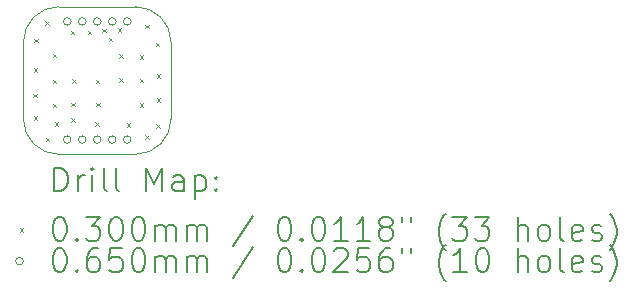
<source format=gbr>
%TF.GenerationSoftware,KiCad,Pcbnew,8.0.1*%
%TF.CreationDate,2024-09-25T01:17:40+02:00*%
%TF.ProjectId,speckle_pcb_rev1,73706563-6b6c-4655-9f70-63625f726576,rev?*%
%TF.SameCoordinates,Original*%
%TF.FileFunction,Drillmap*%
%TF.FilePolarity,Positive*%
%FSLAX45Y45*%
G04 Gerber Fmt 4.5, Leading zero omitted, Abs format (unit mm)*
G04 Created by KiCad (PCBNEW 8.0.1) date 2024-09-25 01:17:40*
%MOMM*%
%LPD*%
G01*
G04 APERTURE LIST*
%ADD10C,0.001000*%
%ADD11C,0.200000*%
%ADD12C,0.100000*%
G04 APERTURE END LIST*
D10*
X20397500Y-9047499D02*
X20397500Y-8397500D01*
X19447500Y-9347500D02*
G75*
G02*
X19147500Y-9047500I0J300000D01*
G01*
X20397500Y-9047499D02*
G75*
G02*
X20097499Y-9347500I-300000J-1D01*
G01*
X19147500Y-8397500D02*
G75*
G02*
X19447500Y-8097500I300000J0D01*
G01*
X19147500Y-8397500D02*
X19147500Y-9047500D01*
X19447500Y-9347500D02*
X20097499Y-9347500D01*
X20097499Y-8097500D02*
X19447500Y-8097500D01*
X20097499Y-8097500D02*
G75*
G02*
X20397500Y-8397500I1J-300000D01*
G01*
D11*
D12*
X19232000Y-8833000D02*
X19262000Y-8863000D01*
X19262000Y-8833000D02*
X19232000Y-8863000D01*
X19235000Y-8619000D02*
X19265000Y-8649000D01*
X19265000Y-8619000D02*
X19235000Y-8649000D01*
X19235000Y-9026000D02*
X19265000Y-9056000D01*
X19265000Y-9026000D02*
X19235000Y-9056000D01*
X19239000Y-8369000D02*
X19269000Y-8399000D01*
X19269000Y-8369000D02*
X19239000Y-8399000D01*
X19332000Y-8222000D02*
X19362000Y-8252000D01*
X19362000Y-8222000D02*
X19332000Y-8252000D01*
X19338000Y-9207000D02*
X19368000Y-9237000D01*
X19368000Y-9207000D02*
X19338000Y-9237000D01*
X19395000Y-8496000D02*
X19425000Y-8526000D01*
X19425000Y-8496000D02*
X19395000Y-8526000D01*
X19395000Y-8714000D02*
X19425000Y-8744000D01*
X19425000Y-8714000D02*
X19395000Y-8744000D01*
X19397000Y-8920000D02*
X19427000Y-8950000D01*
X19427000Y-8920000D02*
X19397000Y-8950000D01*
X19415000Y-9074000D02*
X19445000Y-9104000D01*
X19445000Y-9074000D02*
X19415000Y-9104000D01*
X19549000Y-8302000D02*
X19579000Y-8332000D01*
X19579000Y-8302000D02*
X19549000Y-8332000D01*
X19553000Y-8909000D02*
X19583000Y-8939000D01*
X19583000Y-8909000D02*
X19553000Y-8939000D01*
X19554000Y-9042000D02*
X19584000Y-9072000D01*
X19584000Y-9042000D02*
X19554000Y-9072000D01*
X19560000Y-8712000D02*
X19590000Y-8742000D01*
X19590000Y-8712000D02*
X19560000Y-8742000D01*
X19691000Y-8300000D02*
X19721000Y-8330000D01*
X19721000Y-8300000D02*
X19691000Y-8330000D01*
X19758000Y-9075000D02*
X19788000Y-9105000D01*
X19788000Y-9075000D02*
X19758000Y-9105000D01*
X19761000Y-8715000D02*
X19791000Y-8745000D01*
X19791000Y-8715000D02*
X19761000Y-8745000D01*
X19765000Y-8909000D02*
X19795000Y-8939000D01*
X19795000Y-8909000D02*
X19765000Y-8939000D01*
X19816000Y-8285000D02*
X19846000Y-8315000D01*
X19846000Y-8285000D02*
X19816000Y-8315000D01*
X19870000Y-8362000D02*
X19900000Y-8392000D01*
X19900000Y-8362000D02*
X19870000Y-8392000D01*
X19948000Y-8282000D02*
X19978000Y-8312000D01*
X19978000Y-8282000D02*
X19948000Y-8312000D01*
X19957000Y-8701000D02*
X19987000Y-8731000D01*
X19987000Y-8701000D02*
X19957000Y-8731000D01*
X19958000Y-8502000D02*
X19988000Y-8532000D01*
X19988000Y-8502000D02*
X19958000Y-8532000D01*
X20023000Y-9085000D02*
X20053000Y-9115000D01*
X20053000Y-9085000D02*
X20023000Y-9115000D01*
X20133000Y-8507000D02*
X20163000Y-8537000D01*
X20163000Y-8507000D02*
X20133000Y-8537000D01*
X20133000Y-8709000D02*
X20163000Y-8739000D01*
X20163000Y-8709000D02*
X20133000Y-8739000D01*
X20133000Y-8915000D02*
X20163000Y-8945000D01*
X20163000Y-8915000D02*
X20133000Y-8945000D01*
X20179000Y-8251000D02*
X20209000Y-8281000D01*
X20209000Y-8251000D02*
X20179000Y-8281000D01*
X20181000Y-9185000D02*
X20211000Y-9215000D01*
X20211000Y-9185000D02*
X20181000Y-9215000D01*
X20270000Y-8401000D02*
X20300000Y-8431000D01*
X20300000Y-8401000D02*
X20270000Y-8431000D01*
X20272000Y-9094000D02*
X20302000Y-9124000D01*
X20302000Y-9094000D02*
X20272000Y-9124000D01*
X20276000Y-8670000D02*
X20306000Y-8700000D01*
X20306000Y-8670000D02*
X20276000Y-8700000D01*
X20278000Y-8874000D02*
X20308000Y-8904000D01*
X20308000Y-8874000D02*
X20278000Y-8904000D01*
X19550500Y-9223000D02*
G75*
G02*
X19485500Y-9223000I-32500J0D01*
G01*
X19485500Y-9223000D02*
G75*
G02*
X19550500Y-9223000I32500J0D01*
G01*
X19551500Y-8222000D02*
G75*
G02*
X19486500Y-8222000I-32500J0D01*
G01*
X19486500Y-8222000D02*
G75*
G02*
X19551500Y-8222000I32500J0D01*
G01*
X19677500Y-9223000D02*
G75*
G02*
X19612500Y-9223000I-32500J0D01*
G01*
X19612500Y-9223000D02*
G75*
G02*
X19677500Y-9223000I32500J0D01*
G01*
X19678500Y-8222000D02*
G75*
G02*
X19613500Y-8222000I-32500J0D01*
G01*
X19613500Y-8222000D02*
G75*
G02*
X19678500Y-8222000I32500J0D01*
G01*
X19804500Y-9223000D02*
G75*
G02*
X19739500Y-9223000I-32500J0D01*
G01*
X19739500Y-9223000D02*
G75*
G02*
X19804500Y-9223000I32500J0D01*
G01*
X19805500Y-8222000D02*
G75*
G02*
X19740500Y-8222000I-32500J0D01*
G01*
X19740500Y-8222000D02*
G75*
G02*
X19805500Y-8222000I32500J0D01*
G01*
X19931500Y-9223000D02*
G75*
G02*
X19866500Y-9223000I-32500J0D01*
G01*
X19866500Y-9223000D02*
G75*
G02*
X19931500Y-9223000I32500J0D01*
G01*
X19932500Y-8222000D02*
G75*
G02*
X19867500Y-8222000I-32500J0D01*
G01*
X19867500Y-8222000D02*
G75*
G02*
X19932500Y-8222000I32500J0D01*
G01*
X20058500Y-9223000D02*
G75*
G02*
X19993500Y-9223000I-32500J0D01*
G01*
X19993500Y-9223000D02*
G75*
G02*
X20058500Y-9223000I32500J0D01*
G01*
X20059500Y-8222000D02*
G75*
G02*
X19994500Y-8222000I-32500J0D01*
G01*
X19994500Y-8222000D02*
G75*
G02*
X20059500Y-8222000I32500J0D01*
G01*
D11*
X19408227Y-9659034D02*
X19408227Y-9459034D01*
X19408227Y-9459034D02*
X19455846Y-9459034D01*
X19455846Y-9459034D02*
X19484417Y-9468558D01*
X19484417Y-9468558D02*
X19503465Y-9487605D01*
X19503465Y-9487605D02*
X19512989Y-9506653D01*
X19512989Y-9506653D02*
X19522513Y-9544748D01*
X19522513Y-9544748D02*
X19522513Y-9573320D01*
X19522513Y-9573320D02*
X19512989Y-9611415D01*
X19512989Y-9611415D02*
X19503465Y-9630462D01*
X19503465Y-9630462D02*
X19484417Y-9649510D01*
X19484417Y-9649510D02*
X19455846Y-9659034D01*
X19455846Y-9659034D02*
X19408227Y-9659034D01*
X19608227Y-9659034D02*
X19608227Y-9525700D01*
X19608227Y-9563796D02*
X19617751Y-9544748D01*
X19617751Y-9544748D02*
X19627274Y-9535224D01*
X19627274Y-9535224D02*
X19646322Y-9525700D01*
X19646322Y-9525700D02*
X19665370Y-9525700D01*
X19732036Y-9659034D02*
X19732036Y-9525700D01*
X19732036Y-9459034D02*
X19722513Y-9468558D01*
X19722513Y-9468558D02*
X19732036Y-9478081D01*
X19732036Y-9478081D02*
X19741560Y-9468558D01*
X19741560Y-9468558D02*
X19732036Y-9459034D01*
X19732036Y-9459034D02*
X19732036Y-9478081D01*
X19855846Y-9659034D02*
X19836798Y-9649510D01*
X19836798Y-9649510D02*
X19827274Y-9630462D01*
X19827274Y-9630462D02*
X19827274Y-9459034D01*
X19960608Y-9659034D02*
X19941560Y-9649510D01*
X19941560Y-9649510D02*
X19932036Y-9630462D01*
X19932036Y-9630462D02*
X19932036Y-9459034D01*
X20189179Y-9659034D02*
X20189179Y-9459034D01*
X20189179Y-9459034D02*
X20255846Y-9601891D01*
X20255846Y-9601891D02*
X20322513Y-9459034D01*
X20322513Y-9459034D02*
X20322513Y-9659034D01*
X20503465Y-9659034D02*
X20503465Y-9554272D01*
X20503465Y-9554272D02*
X20493941Y-9535224D01*
X20493941Y-9535224D02*
X20474894Y-9525700D01*
X20474894Y-9525700D02*
X20436798Y-9525700D01*
X20436798Y-9525700D02*
X20417751Y-9535224D01*
X20503465Y-9649510D02*
X20484417Y-9659034D01*
X20484417Y-9659034D02*
X20436798Y-9659034D01*
X20436798Y-9659034D02*
X20417751Y-9649510D01*
X20417751Y-9649510D02*
X20408227Y-9630462D01*
X20408227Y-9630462D02*
X20408227Y-9611415D01*
X20408227Y-9611415D02*
X20417751Y-9592367D01*
X20417751Y-9592367D02*
X20436798Y-9582843D01*
X20436798Y-9582843D02*
X20484417Y-9582843D01*
X20484417Y-9582843D02*
X20503465Y-9573320D01*
X20598703Y-9525700D02*
X20598703Y-9725700D01*
X20598703Y-9535224D02*
X20617751Y-9525700D01*
X20617751Y-9525700D02*
X20655846Y-9525700D01*
X20655846Y-9525700D02*
X20674894Y-9535224D01*
X20674894Y-9535224D02*
X20684417Y-9544748D01*
X20684417Y-9544748D02*
X20693941Y-9563796D01*
X20693941Y-9563796D02*
X20693941Y-9620939D01*
X20693941Y-9620939D02*
X20684417Y-9639986D01*
X20684417Y-9639986D02*
X20674894Y-9649510D01*
X20674894Y-9649510D02*
X20655846Y-9659034D01*
X20655846Y-9659034D02*
X20617751Y-9659034D01*
X20617751Y-9659034D02*
X20598703Y-9649510D01*
X20779655Y-9639986D02*
X20789179Y-9649510D01*
X20789179Y-9649510D02*
X20779655Y-9659034D01*
X20779655Y-9659034D02*
X20770132Y-9649510D01*
X20770132Y-9649510D02*
X20779655Y-9639986D01*
X20779655Y-9639986D02*
X20779655Y-9659034D01*
X20779655Y-9535224D02*
X20789179Y-9544748D01*
X20789179Y-9544748D02*
X20779655Y-9554272D01*
X20779655Y-9554272D02*
X20770132Y-9544748D01*
X20770132Y-9544748D02*
X20779655Y-9535224D01*
X20779655Y-9535224D02*
X20779655Y-9554272D01*
D12*
X19117450Y-9972550D02*
X19147450Y-10002550D01*
X19147450Y-9972550D02*
X19117450Y-10002550D01*
D11*
X19446322Y-9879034D02*
X19465370Y-9879034D01*
X19465370Y-9879034D02*
X19484417Y-9888558D01*
X19484417Y-9888558D02*
X19493941Y-9898081D01*
X19493941Y-9898081D02*
X19503465Y-9917129D01*
X19503465Y-9917129D02*
X19512989Y-9955224D01*
X19512989Y-9955224D02*
X19512989Y-10002843D01*
X19512989Y-10002843D02*
X19503465Y-10040939D01*
X19503465Y-10040939D02*
X19493941Y-10059986D01*
X19493941Y-10059986D02*
X19484417Y-10069510D01*
X19484417Y-10069510D02*
X19465370Y-10079034D01*
X19465370Y-10079034D02*
X19446322Y-10079034D01*
X19446322Y-10079034D02*
X19427274Y-10069510D01*
X19427274Y-10069510D02*
X19417751Y-10059986D01*
X19417751Y-10059986D02*
X19408227Y-10040939D01*
X19408227Y-10040939D02*
X19398703Y-10002843D01*
X19398703Y-10002843D02*
X19398703Y-9955224D01*
X19398703Y-9955224D02*
X19408227Y-9917129D01*
X19408227Y-9917129D02*
X19417751Y-9898081D01*
X19417751Y-9898081D02*
X19427274Y-9888558D01*
X19427274Y-9888558D02*
X19446322Y-9879034D01*
X19598703Y-10059986D02*
X19608227Y-10069510D01*
X19608227Y-10069510D02*
X19598703Y-10079034D01*
X19598703Y-10079034D02*
X19589179Y-10069510D01*
X19589179Y-10069510D02*
X19598703Y-10059986D01*
X19598703Y-10059986D02*
X19598703Y-10079034D01*
X19674894Y-9879034D02*
X19798703Y-9879034D01*
X19798703Y-9879034D02*
X19732036Y-9955224D01*
X19732036Y-9955224D02*
X19760608Y-9955224D01*
X19760608Y-9955224D02*
X19779655Y-9964748D01*
X19779655Y-9964748D02*
X19789179Y-9974272D01*
X19789179Y-9974272D02*
X19798703Y-9993320D01*
X19798703Y-9993320D02*
X19798703Y-10040939D01*
X19798703Y-10040939D02*
X19789179Y-10059986D01*
X19789179Y-10059986D02*
X19779655Y-10069510D01*
X19779655Y-10069510D02*
X19760608Y-10079034D01*
X19760608Y-10079034D02*
X19703465Y-10079034D01*
X19703465Y-10079034D02*
X19684417Y-10069510D01*
X19684417Y-10069510D02*
X19674894Y-10059986D01*
X19922513Y-9879034D02*
X19941560Y-9879034D01*
X19941560Y-9879034D02*
X19960608Y-9888558D01*
X19960608Y-9888558D02*
X19970132Y-9898081D01*
X19970132Y-9898081D02*
X19979655Y-9917129D01*
X19979655Y-9917129D02*
X19989179Y-9955224D01*
X19989179Y-9955224D02*
X19989179Y-10002843D01*
X19989179Y-10002843D02*
X19979655Y-10040939D01*
X19979655Y-10040939D02*
X19970132Y-10059986D01*
X19970132Y-10059986D02*
X19960608Y-10069510D01*
X19960608Y-10069510D02*
X19941560Y-10079034D01*
X19941560Y-10079034D02*
X19922513Y-10079034D01*
X19922513Y-10079034D02*
X19903465Y-10069510D01*
X19903465Y-10069510D02*
X19893941Y-10059986D01*
X19893941Y-10059986D02*
X19884417Y-10040939D01*
X19884417Y-10040939D02*
X19874894Y-10002843D01*
X19874894Y-10002843D02*
X19874894Y-9955224D01*
X19874894Y-9955224D02*
X19884417Y-9917129D01*
X19884417Y-9917129D02*
X19893941Y-9898081D01*
X19893941Y-9898081D02*
X19903465Y-9888558D01*
X19903465Y-9888558D02*
X19922513Y-9879034D01*
X20112989Y-9879034D02*
X20132036Y-9879034D01*
X20132036Y-9879034D02*
X20151084Y-9888558D01*
X20151084Y-9888558D02*
X20160608Y-9898081D01*
X20160608Y-9898081D02*
X20170132Y-9917129D01*
X20170132Y-9917129D02*
X20179655Y-9955224D01*
X20179655Y-9955224D02*
X20179655Y-10002843D01*
X20179655Y-10002843D02*
X20170132Y-10040939D01*
X20170132Y-10040939D02*
X20160608Y-10059986D01*
X20160608Y-10059986D02*
X20151084Y-10069510D01*
X20151084Y-10069510D02*
X20132036Y-10079034D01*
X20132036Y-10079034D02*
X20112989Y-10079034D01*
X20112989Y-10079034D02*
X20093941Y-10069510D01*
X20093941Y-10069510D02*
X20084417Y-10059986D01*
X20084417Y-10059986D02*
X20074894Y-10040939D01*
X20074894Y-10040939D02*
X20065370Y-10002843D01*
X20065370Y-10002843D02*
X20065370Y-9955224D01*
X20065370Y-9955224D02*
X20074894Y-9917129D01*
X20074894Y-9917129D02*
X20084417Y-9898081D01*
X20084417Y-9898081D02*
X20093941Y-9888558D01*
X20093941Y-9888558D02*
X20112989Y-9879034D01*
X20265370Y-10079034D02*
X20265370Y-9945700D01*
X20265370Y-9964748D02*
X20274894Y-9955224D01*
X20274894Y-9955224D02*
X20293941Y-9945700D01*
X20293941Y-9945700D02*
X20322513Y-9945700D01*
X20322513Y-9945700D02*
X20341560Y-9955224D01*
X20341560Y-9955224D02*
X20351084Y-9974272D01*
X20351084Y-9974272D02*
X20351084Y-10079034D01*
X20351084Y-9974272D02*
X20360608Y-9955224D01*
X20360608Y-9955224D02*
X20379655Y-9945700D01*
X20379655Y-9945700D02*
X20408227Y-9945700D01*
X20408227Y-9945700D02*
X20427275Y-9955224D01*
X20427275Y-9955224D02*
X20436798Y-9974272D01*
X20436798Y-9974272D02*
X20436798Y-10079034D01*
X20532036Y-10079034D02*
X20532036Y-9945700D01*
X20532036Y-9964748D02*
X20541560Y-9955224D01*
X20541560Y-9955224D02*
X20560608Y-9945700D01*
X20560608Y-9945700D02*
X20589179Y-9945700D01*
X20589179Y-9945700D02*
X20608227Y-9955224D01*
X20608227Y-9955224D02*
X20617751Y-9974272D01*
X20617751Y-9974272D02*
X20617751Y-10079034D01*
X20617751Y-9974272D02*
X20627275Y-9955224D01*
X20627275Y-9955224D02*
X20646322Y-9945700D01*
X20646322Y-9945700D02*
X20674894Y-9945700D01*
X20674894Y-9945700D02*
X20693941Y-9955224D01*
X20693941Y-9955224D02*
X20703465Y-9974272D01*
X20703465Y-9974272D02*
X20703465Y-10079034D01*
X21093941Y-9869510D02*
X20922513Y-10126653D01*
X21351084Y-9879034D02*
X21370132Y-9879034D01*
X21370132Y-9879034D02*
X21389179Y-9888558D01*
X21389179Y-9888558D02*
X21398703Y-9898081D01*
X21398703Y-9898081D02*
X21408227Y-9917129D01*
X21408227Y-9917129D02*
X21417751Y-9955224D01*
X21417751Y-9955224D02*
X21417751Y-10002843D01*
X21417751Y-10002843D02*
X21408227Y-10040939D01*
X21408227Y-10040939D02*
X21398703Y-10059986D01*
X21398703Y-10059986D02*
X21389179Y-10069510D01*
X21389179Y-10069510D02*
X21370132Y-10079034D01*
X21370132Y-10079034D02*
X21351084Y-10079034D01*
X21351084Y-10079034D02*
X21332037Y-10069510D01*
X21332037Y-10069510D02*
X21322513Y-10059986D01*
X21322513Y-10059986D02*
X21312989Y-10040939D01*
X21312989Y-10040939D02*
X21303465Y-10002843D01*
X21303465Y-10002843D02*
X21303465Y-9955224D01*
X21303465Y-9955224D02*
X21312989Y-9917129D01*
X21312989Y-9917129D02*
X21322513Y-9898081D01*
X21322513Y-9898081D02*
X21332037Y-9888558D01*
X21332037Y-9888558D02*
X21351084Y-9879034D01*
X21503465Y-10059986D02*
X21512989Y-10069510D01*
X21512989Y-10069510D02*
X21503465Y-10079034D01*
X21503465Y-10079034D02*
X21493941Y-10069510D01*
X21493941Y-10069510D02*
X21503465Y-10059986D01*
X21503465Y-10059986D02*
X21503465Y-10079034D01*
X21636798Y-9879034D02*
X21655846Y-9879034D01*
X21655846Y-9879034D02*
X21674894Y-9888558D01*
X21674894Y-9888558D02*
X21684418Y-9898081D01*
X21684418Y-9898081D02*
X21693941Y-9917129D01*
X21693941Y-9917129D02*
X21703465Y-9955224D01*
X21703465Y-9955224D02*
X21703465Y-10002843D01*
X21703465Y-10002843D02*
X21693941Y-10040939D01*
X21693941Y-10040939D02*
X21684418Y-10059986D01*
X21684418Y-10059986D02*
X21674894Y-10069510D01*
X21674894Y-10069510D02*
X21655846Y-10079034D01*
X21655846Y-10079034D02*
X21636798Y-10079034D01*
X21636798Y-10079034D02*
X21617751Y-10069510D01*
X21617751Y-10069510D02*
X21608227Y-10059986D01*
X21608227Y-10059986D02*
X21598703Y-10040939D01*
X21598703Y-10040939D02*
X21589179Y-10002843D01*
X21589179Y-10002843D02*
X21589179Y-9955224D01*
X21589179Y-9955224D02*
X21598703Y-9917129D01*
X21598703Y-9917129D02*
X21608227Y-9898081D01*
X21608227Y-9898081D02*
X21617751Y-9888558D01*
X21617751Y-9888558D02*
X21636798Y-9879034D01*
X21893941Y-10079034D02*
X21779656Y-10079034D01*
X21836798Y-10079034D02*
X21836798Y-9879034D01*
X21836798Y-9879034D02*
X21817751Y-9907605D01*
X21817751Y-9907605D02*
X21798703Y-9926653D01*
X21798703Y-9926653D02*
X21779656Y-9936177D01*
X22084418Y-10079034D02*
X21970132Y-10079034D01*
X22027275Y-10079034D02*
X22027275Y-9879034D01*
X22027275Y-9879034D02*
X22008227Y-9907605D01*
X22008227Y-9907605D02*
X21989179Y-9926653D01*
X21989179Y-9926653D02*
X21970132Y-9936177D01*
X22198703Y-9964748D02*
X22179656Y-9955224D01*
X22179656Y-9955224D02*
X22170132Y-9945700D01*
X22170132Y-9945700D02*
X22160608Y-9926653D01*
X22160608Y-9926653D02*
X22160608Y-9917129D01*
X22160608Y-9917129D02*
X22170132Y-9898081D01*
X22170132Y-9898081D02*
X22179656Y-9888558D01*
X22179656Y-9888558D02*
X22198703Y-9879034D01*
X22198703Y-9879034D02*
X22236799Y-9879034D01*
X22236799Y-9879034D02*
X22255846Y-9888558D01*
X22255846Y-9888558D02*
X22265370Y-9898081D01*
X22265370Y-9898081D02*
X22274894Y-9917129D01*
X22274894Y-9917129D02*
X22274894Y-9926653D01*
X22274894Y-9926653D02*
X22265370Y-9945700D01*
X22265370Y-9945700D02*
X22255846Y-9955224D01*
X22255846Y-9955224D02*
X22236799Y-9964748D01*
X22236799Y-9964748D02*
X22198703Y-9964748D01*
X22198703Y-9964748D02*
X22179656Y-9974272D01*
X22179656Y-9974272D02*
X22170132Y-9983796D01*
X22170132Y-9983796D02*
X22160608Y-10002843D01*
X22160608Y-10002843D02*
X22160608Y-10040939D01*
X22160608Y-10040939D02*
X22170132Y-10059986D01*
X22170132Y-10059986D02*
X22179656Y-10069510D01*
X22179656Y-10069510D02*
X22198703Y-10079034D01*
X22198703Y-10079034D02*
X22236799Y-10079034D01*
X22236799Y-10079034D02*
X22255846Y-10069510D01*
X22255846Y-10069510D02*
X22265370Y-10059986D01*
X22265370Y-10059986D02*
X22274894Y-10040939D01*
X22274894Y-10040939D02*
X22274894Y-10002843D01*
X22274894Y-10002843D02*
X22265370Y-9983796D01*
X22265370Y-9983796D02*
X22255846Y-9974272D01*
X22255846Y-9974272D02*
X22236799Y-9964748D01*
X22351084Y-9879034D02*
X22351084Y-9917129D01*
X22427275Y-9879034D02*
X22427275Y-9917129D01*
X22722513Y-10155224D02*
X22712989Y-10145700D01*
X22712989Y-10145700D02*
X22693941Y-10117129D01*
X22693941Y-10117129D02*
X22684418Y-10098081D01*
X22684418Y-10098081D02*
X22674894Y-10069510D01*
X22674894Y-10069510D02*
X22665370Y-10021891D01*
X22665370Y-10021891D02*
X22665370Y-9983796D01*
X22665370Y-9983796D02*
X22674894Y-9936177D01*
X22674894Y-9936177D02*
X22684418Y-9907605D01*
X22684418Y-9907605D02*
X22693941Y-9888558D01*
X22693941Y-9888558D02*
X22712989Y-9859986D01*
X22712989Y-9859986D02*
X22722513Y-9850462D01*
X22779656Y-9879034D02*
X22903465Y-9879034D01*
X22903465Y-9879034D02*
X22836798Y-9955224D01*
X22836798Y-9955224D02*
X22865370Y-9955224D01*
X22865370Y-9955224D02*
X22884418Y-9964748D01*
X22884418Y-9964748D02*
X22893941Y-9974272D01*
X22893941Y-9974272D02*
X22903465Y-9993320D01*
X22903465Y-9993320D02*
X22903465Y-10040939D01*
X22903465Y-10040939D02*
X22893941Y-10059986D01*
X22893941Y-10059986D02*
X22884418Y-10069510D01*
X22884418Y-10069510D02*
X22865370Y-10079034D01*
X22865370Y-10079034D02*
X22808227Y-10079034D01*
X22808227Y-10079034D02*
X22789179Y-10069510D01*
X22789179Y-10069510D02*
X22779656Y-10059986D01*
X22970132Y-9879034D02*
X23093941Y-9879034D01*
X23093941Y-9879034D02*
X23027275Y-9955224D01*
X23027275Y-9955224D02*
X23055846Y-9955224D01*
X23055846Y-9955224D02*
X23074894Y-9964748D01*
X23074894Y-9964748D02*
X23084418Y-9974272D01*
X23084418Y-9974272D02*
X23093941Y-9993320D01*
X23093941Y-9993320D02*
X23093941Y-10040939D01*
X23093941Y-10040939D02*
X23084418Y-10059986D01*
X23084418Y-10059986D02*
X23074894Y-10069510D01*
X23074894Y-10069510D02*
X23055846Y-10079034D01*
X23055846Y-10079034D02*
X22998703Y-10079034D01*
X22998703Y-10079034D02*
X22979656Y-10069510D01*
X22979656Y-10069510D02*
X22970132Y-10059986D01*
X23332037Y-10079034D02*
X23332037Y-9879034D01*
X23417751Y-10079034D02*
X23417751Y-9974272D01*
X23417751Y-9974272D02*
X23408227Y-9955224D01*
X23408227Y-9955224D02*
X23389180Y-9945700D01*
X23389180Y-9945700D02*
X23360608Y-9945700D01*
X23360608Y-9945700D02*
X23341560Y-9955224D01*
X23341560Y-9955224D02*
X23332037Y-9964748D01*
X23541560Y-10079034D02*
X23522513Y-10069510D01*
X23522513Y-10069510D02*
X23512989Y-10059986D01*
X23512989Y-10059986D02*
X23503465Y-10040939D01*
X23503465Y-10040939D02*
X23503465Y-9983796D01*
X23503465Y-9983796D02*
X23512989Y-9964748D01*
X23512989Y-9964748D02*
X23522513Y-9955224D01*
X23522513Y-9955224D02*
X23541560Y-9945700D01*
X23541560Y-9945700D02*
X23570132Y-9945700D01*
X23570132Y-9945700D02*
X23589180Y-9955224D01*
X23589180Y-9955224D02*
X23598703Y-9964748D01*
X23598703Y-9964748D02*
X23608227Y-9983796D01*
X23608227Y-9983796D02*
X23608227Y-10040939D01*
X23608227Y-10040939D02*
X23598703Y-10059986D01*
X23598703Y-10059986D02*
X23589180Y-10069510D01*
X23589180Y-10069510D02*
X23570132Y-10079034D01*
X23570132Y-10079034D02*
X23541560Y-10079034D01*
X23722513Y-10079034D02*
X23703465Y-10069510D01*
X23703465Y-10069510D02*
X23693941Y-10050462D01*
X23693941Y-10050462D02*
X23693941Y-9879034D01*
X23874894Y-10069510D02*
X23855846Y-10079034D01*
X23855846Y-10079034D02*
X23817751Y-10079034D01*
X23817751Y-10079034D02*
X23798703Y-10069510D01*
X23798703Y-10069510D02*
X23789180Y-10050462D01*
X23789180Y-10050462D02*
X23789180Y-9974272D01*
X23789180Y-9974272D02*
X23798703Y-9955224D01*
X23798703Y-9955224D02*
X23817751Y-9945700D01*
X23817751Y-9945700D02*
X23855846Y-9945700D01*
X23855846Y-9945700D02*
X23874894Y-9955224D01*
X23874894Y-9955224D02*
X23884418Y-9974272D01*
X23884418Y-9974272D02*
X23884418Y-9993320D01*
X23884418Y-9993320D02*
X23789180Y-10012367D01*
X23960608Y-10069510D02*
X23979656Y-10079034D01*
X23979656Y-10079034D02*
X24017751Y-10079034D01*
X24017751Y-10079034D02*
X24036799Y-10069510D01*
X24036799Y-10069510D02*
X24046322Y-10050462D01*
X24046322Y-10050462D02*
X24046322Y-10040939D01*
X24046322Y-10040939D02*
X24036799Y-10021891D01*
X24036799Y-10021891D02*
X24017751Y-10012367D01*
X24017751Y-10012367D02*
X23989180Y-10012367D01*
X23989180Y-10012367D02*
X23970132Y-10002843D01*
X23970132Y-10002843D02*
X23960608Y-9983796D01*
X23960608Y-9983796D02*
X23960608Y-9974272D01*
X23960608Y-9974272D02*
X23970132Y-9955224D01*
X23970132Y-9955224D02*
X23989180Y-9945700D01*
X23989180Y-9945700D02*
X24017751Y-9945700D01*
X24017751Y-9945700D02*
X24036799Y-9955224D01*
X24112989Y-10155224D02*
X24122513Y-10145700D01*
X24122513Y-10145700D02*
X24141561Y-10117129D01*
X24141561Y-10117129D02*
X24151084Y-10098081D01*
X24151084Y-10098081D02*
X24160608Y-10069510D01*
X24160608Y-10069510D02*
X24170132Y-10021891D01*
X24170132Y-10021891D02*
X24170132Y-9983796D01*
X24170132Y-9983796D02*
X24160608Y-9936177D01*
X24160608Y-9936177D02*
X24151084Y-9907605D01*
X24151084Y-9907605D02*
X24141561Y-9888558D01*
X24141561Y-9888558D02*
X24122513Y-9859986D01*
X24122513Y-9859986D02*
X24112989Y-9850462D01*
D12*
X19147450Y-10251550D02*
G75*
G02*
X19082450Y-10251550I-32500J0D01*
G01*
X19082450Y-10251550D02*
G75*
G02*
X19147450Y-10251550I32500J0D01*
G01*
D11*
X19446322Y-10143034D02*
X19465370Y-10143034D01*
X19465370Y-10143034D02*
X19484417Y-10152558D01*
X19484417Y-10152558D02*
X19493941Y-10162081D01*
X19493941Y-10162081D02*
X19503465Y-10181129D01*
X19503465Y-10181129D02*
X19512989Y-10219224D01*
X19512989Y-10219224D02*
X19512989Y-10266843D01*
X19512989Y-10266843D02*
X19503465Y-10304939D01*
X19503465Y-10304939D02*
X19493941Y-10323986D01*
X19493941Y-10323986D02*
X19484417Y-10333510D01*
X19484417Y-10333510D02*
X19465370Y-10343034D01*
X19465370Y-10343034D02*
X19446322Y-10343034D01*
X19446322Y-10343034D02*
X19427274Y-10333510D01*
X19427274Y-10333510D02*
X19417751Y-10323986D01*
X19417751Y-10323986D02*
X19408227Y-10304939D01*
X19408227Y-10304939D02*
X19398703Y-10266843D01*
X19398703Y-10266843D02*
X19398703Y-10219224D01*
X19398703Y-10219224D02*
X19408227Y-10181129D01*
X19408227Y-10181129D02*
X19417751Y-10162081D01*
X19417751Y-10162081D02*
X19427274Y-10152558D01*
X19427274Y-10152558D02*
X19446322Y-10143034D01*
X19598703Y-10323986D02*
X19608227Y-10333510D01*
X19608227Y-10333510D02*
X19598703Y-10343034D01*
X19598703Y-10343034D02*
X19589179Y-10333510D01*
X19589179Y-10333510D02*
X19598703Y-10323986D01*
X19598703Y-10323986D02*
X19598703Y-10343034D01*
X19779655Y-10143034D02*
X19741560Y-10143034D01*
X19741560Y-10143034D02*
X19722513Y-10152558D01*
X19722513Y-10152558D02*
X19712989Y-10162081D01*
X19712989Y-10162081D02*
X19693941Y-10190653D01*
X19693941Y-10190653D02*
X19684417Y-10228748D01*
X19684417Y-10228748D02*
X19684417Y-10304939D01*
X19684417Y-10304939D02*
X19693941Y-10323986D01*
X19693941Y-10323986D02*
X19703465Y-10333510D01*
X19703465Y-10333510D02*
X19722513Y-10343034D01*
X19722513Y-10343034D02*
X19760608Y-10343034D01*
X19760608Y-10343034D02*
X19779655Y-10333510D01*
X19779655Y-10333510D02*
X19789179Y-10323986D01*
X19789179Y-10323986D02*
X19798703Y-10304939D01*
X19798703Y-10304939D02*
X19798703Y-10257320D01*
X19798703Y-10257320D02*
X19789179Y-10238272D01*
X19789179Y-10238272D02*
X19779655Y-10228748D01*
X19779655Y-10228748D02*
X19760608Y-10219224D01*
X19760608Y-10219224D02*
X19722513Y-10219224D01*
X19722513Y-10219224D02*
X19703465Y-10228748D01*
X19703465Y-10228748D02*
X19693941Y-10238272D01*
X19693941Y-10238272D02*
X19684417Y-10257320D01*
X19979655Y-10143034D02*
X19884417Y-10143034D01*
X19884417Y-10143034D02*
X19874894Y-10238272D01*
X19874894Y-10238272D02*
X19884417Y-10228748D01*
X19884417Y-10228748D02*
X19903465Y-10219224D01*
X19903465Y-10219224D02*
X19951084Y-10219224D01*
X19951084Y-10219224D02*
X19970132Y-10228748D01*
X19970132Y-10228748D02*
X19979655Y-10238272D01*
X19979655Y-10238272D02*
X19989179Y-10257320D01*
X19989179Y-10257320D02*
X19989179Y-10304939D01*
X19989179Y-10304939D02*
X19979655Y-10323986D01*
X19979655Y-10323986D02*
X19970132Y-10333510D01*
X19970132Y-10333510D02*
X19951084Y-10343034D01*
X19951084Y-10343034D02*
X19903465Y-10343034D01*
X19903465Y-10343034D02*
X19884417Y-10333510D01*
X19884417Y-10333510D02*
X19874894Y-10323986D01*
X20112989Y-10143034D02*
X20132036Y-10143034D01*
X20132036Y-10143034D02*
X20151084Y-10152558D01*
X20151084Y-10152558D02*
X20160608Y-10162081D01*
X20160608Y-10162081D02*
X20170132Y-10181129D01*
X20170132Y-10181129D02*
X20179655Y-10219224D01*
X20179655Y-10219224D02*
X20179655Y-10266843D01*
X20179655Y-10266843D02*
X20170132Y-10304939D01*
X20170132Y-10304939D02*
X20160608Y-10323986D01*
X20160608Y-10323986D02*
X20151084Y-10333510D01*
X20151084Y-10333510D02*
X20132036Y-10343034D01*
X20132036Y-10343034D02*
X20112989Y-10343034D01*
X20112989Y-10343034D02*
X20093941Y-10333510D01*
X20093941Y-10333510D02*
X20084417Y-10323986D01*
X20084417Y-10323986D02*
X20074894Y-10304939D01*
X20074894Y-10304939D02*
X20065370Y-10266843D01*
X20065370Y-10266843D02*
X20065370Y-10219224D01*
X20065370Y-10219224D02*
X20074894Y-10181129D01*
X20074894Y-10181129D02*
X20084417Y-10162081D01*
X20084417Y-10162081D02*
X20093941Y-10152558D01*
X20093941Y-10152558D02*
X20112989Y-10143034D01*
X20265370Y-10343034D02*
X20265370Y-10209700D01*
X20265370Y-10228748D02*
X20274894Y-10219224D01*
X20274894Y-10219224D02*
X20293941Y-10209700D01*
X20293941Y-10209700D02*
X20322513Y-10209700D01*
X20322513Y-10209700D02*
X20341560Y-10219224D01*
X20341560Y-10219224D02*
X20351084Y-10238272D01*
X20351084Y-10238272D02*
X20351084Y-10343034D01*
X20351084Y-10238272D02*
X20360608Y-10219224D01*
X20360608Y-10219224D02*
X20379655Y-10209700D01*
X20379655Y-10209700D02*
X20408227Y-10209700D01*
X20408227Y-10209700D02*
X20427275Y-10219224D01*
X20427275Y-10219224D02*
X20436798Y-10238272D01*
X20436798Y-10238272D02*
X20436798Y-10343034D01*
X20532036Y-10343034D02*
X20532036Y-10209700D01*
X20532036Y-10228748D02*
X20541560Y-10219224D01*
X20541560Y-10219224D02*
X20560608Y-10209700D01*
X20560608Y-10209700D02*
X20589179Y-10209700D01*
X20589179Y-10209700D02*
X20608227Y-10219224D01*
X20608227Y-10219224D02*
X20617751Y-10238272D01*
X20617751Y-10238272D02*
X20617751Y-10343034D01*
X20617751Y-10238272D02*
X20627275Y-10219224D01*
X20627275Y-10219224D02*
X20646322Y-10209700D01*
X20646322Y-10209700D02*
X20674894Y-10209700D01*
X20674894Y-10209700D02*
X20693941Y-10219224D01*
X20693941Y-10219224D02*
X20703465Y-10238272D01*
X20703465Y-10238272D02*
X20703465Y-10343034D01*
X21093941Y-10133510D02*
X20922513Y-10390653D01*
X21351084Y-10143034D02*
X21370132Y-10143034D01*
X21370132Y-10143034D02*
X21389179Y-10152558D01*
X21389179Y-10152558D02*
X21398703Y-10162081D01*
X21398703Y-10162081D02*
X21408227Y-10181129D01*
X21408227Y-10181129D02*
X21417751Y-10219224D01*
X21417751Y-10219224D02*
X21417751Y-10266843D01*
X21417751Y-10266843D02*
X21408227Y-10304939D01*
X21408227Y-10304939D02*
X21398703Y-10323986D01*
X21398703Y-10323986D02*
X21389179Y-10333510D01*
X21389179Y-10333510D02*
X21370132Y-10343034D01*
X21370132Y-10343034D02*
X21351084Y-10343034D01*
X21351084Y-10343034D02*
X21332037Y-10333510D01*
X21332037Y-10333510D02*
X21322513Y-10323986D01*
X21322513Y-10323986D02*
X21312989Y-10304939D01*
X21312989Y-10304939D02*
X21303465Y-10266843D01*
X21303465Y-10266843D02*
X21303465Y-10219224D01*
X21303465Y-10219224D02*
X21312989Y-10181129D01*
X21312989Y-10181129D02*
X21322513Y-10162081D01*
X21322513Y-10162081D02*
X21332037Y-10152558D01*
X21332037Y-10152558D02*
X21351084Y-10143034D01*
X21503465Y-10323986D02*
X21512989Y-10333510D01*
X21512989Y-10333510D02*
X21503465Y-10343034D01*
X21503465Y-10343034D02*
X21493941Y-10333510D01*
X21493941Y-10333510D02*
X21503465Y-10323986D01*
X21503465Y-10323986D02*
X21503465Y-10343034D01*
X21636798Y-10143034D02*
X21655846Y-10143034D01*
X21655846Y-10143034D02*
X21674894Y-10152558D01*
X21674894Y-10152558D02*
X21684418Y-10162081D01*
X21684418Y-10162081D02*
X21693941Y-10181129D01*
X21693941Y-10181129D02*
X21703465Y-10219224D01*
X21703465Y-10219224D02*
X21703465Y-10266843D01*
X21703465Y-10266843D02*
X21693941Y-10304939D01*
X21693941Y-10304939D02*
X21684418Y-10323986D01*
X21684418Y-10323986D02*
X21674894Y-10333510D01*
X21674894Y-10333510D02*
X21655846Y-10343034D01*
X21655846Y-10343034D02*
X21636798Y-10343034D01*
X21636798Y-10343034D02*
X21617751Y-10333510D01*
X21617751Y-10333510D02*
X21608227Y-10323986D01*
X21608227Y-10323986D02*
X21598703Y-10304939D01*
X21598703Y-10304939D02*
X21589179Y-10266843D01*
X21589179Y-10266843D02*
X21589179Y-10219224D01*
X21589179Y-10219224D02*
X21598703Y-10181129D01*
X21598703Y-10181129D02*
X21608227Y-10162081D01*
X21608227Y-10162081D02*
X21617751Y-10152558D01*
X21617751Y-10152558D02*
X21636798Y-10143034D01*
X21779656Y-10162081D02*
X21789179Y-10152558D01*
X21789179Y-10152558D02*
X21808227Y-10143034D01*
X21808227Y-10143034D02*
X21855846Y-10143034D01*
X21855846Y-10143034D02*
X21874894Y-10152558D01*
X21874894Y-10152558D02*
X21884418Y-10162081D01*
X21884418Y-10162081D02*
X21893941Y-10181129D01*
X21893941Y-10181129D02*
X21893941Y-10200177D01*
X21893941Y-10200177D02*
X21884418Y-10228748D01*
X21884418Y-10228748D02*
X21770132Y-10343034D01*
X21770132Y-10343034D02*
X21893941Y-10343034D01*
X22074894Y-10143034D02*
X21979656Y-10143034D01*
X21979656Y-10143034D02*
X21970132Y-10238272D01*
X21970132Y-10238272D02*
X21979656Y-10228748D01*
X21979656Y-10228748D02*
X21998703Y-10219224D01*
X21998703Y-10219224D02*
X22046322Y-10219224D01*
X22046322Y-10219224D02*
X22065370Y-10228748D01*
X22065370Y-10228748D02*
X22074894Y-10238272D01*
X22074894Y-10238272D02*
X22084418Y-10257320D01*
X22084418Y-10257320D02*
X22084418Y-10304939D01*
X22084418Y-10304939D02*
X22074894Y-10323986D01*
X22074894Y-10323986D02*
X22065370Y-10333510D01*
X22065370Y-10333510D02*
X22046322Y-10343034D01*
X22046322Y-10343034D02*
X21998703Y-10343034D01*
X21998703Y-10343034D02*
X21979656Y-10333510D01*
X21979656Y-10333510D02*
X21970132Y-10323986D01*
X22255846Y-10143034D02*
X22217751Y-10143034D01*
X22217751Y-10143034D02*
X22198703Y-10152558D01*
X22198703Y-10152558D02*
X22189179Y-10162081D01*
X22189179Y-10162081D02*
X22170132Y-10190653D01*
X22170132Y-10190653D02*
X22160608Y-10228748D01*
X22160608Y-10228748D02*
X22160608Y-10304939D01*
X22160608Y-10304939D02*
X22170132Y-10323986D01*
X22170132Y-10323986D02*
X22179656Y-10333510D01*
X22179656Y-10333510D02*
X22198703Y-10343034D01*
X22198703Y-10343034D02*
X22236799Y-10343034D01*
X22236799Y-10343034D02*
X22255846Y-10333510D01*
X22255846Y-10333510D02*
X22265370Y-10323986D01*
X22265370Y-10323986D02*
X22274894Y-10304939D01*
X22274894Y-10304939D02*
X22274894Y-10257320D01*
X22274894Y-10257320D02*
X22265370Y-10238272D01*
X22265370Y-10238272D02*
X22255846Y-10228748D01*
X22255846Y-10228748D02*
X22236799Y-10219224D01*
X22236799Y-10219224D02*
X22198703Y-10219224D01*
X22198703Y-10219224D02*
X22179656Y-10228748D01*
X22179656Y-10228748D02*
X22170132Y-10238272D01*
X22170132Y-10238272D02*
X22160608Y-10257320D01*
X22351084Y-10143034D02*
X22351084Y-10181129D01*
X22427275Y-10143034D02*
X22427275Y-10181129D01*
X22722513Y-10419224D02*
X22712989Y-10409700D01*
X22712989Y-10409700D02*
X22693941Y-10381129D01*
X22693941Y-10381129D02*
X22684418Y-10362081D01*
X22684418Y-10362081D02*
X22674894Y-10333510D01*
X22674894Y-10333510D02*
X22665370Y-10285891D01*
X22665370Y-10285891D02*
X22665370Y-10247796D01*
X22665370Y-10247796D02*
X22674894Y-10200177D01*
X22674894Y-10200177D02*
X22684418Y-10171605D01*
X22684418Y-10171605D02*
X22693941Y-10152558D01*
X22693941Y-10152558D02*
X22712989Y-10123986D01*
X22712989Y-10123986D02*
X22722513Y-10114462D01*
X22903465Y-10343034D02*
X22789179Y-10343034D01*
X22846322Y-10343034D02*
X22846322Y-10143034D01*
X22846322Y-10143034D02*
X22827275Y-10171605D01*
X22827275Y-10171605D02*
X22808227Y-10190653D01*
X22808227Y-10190653D02*
X22789179Y-10200177D01*
X23027275Y-10143034D02*
X23046322Y-10143034D01*
X23046322Y-10143034D02*
X23065370Y-10152558D01*
X23065370Y-10152558D02*
X23074894Y-10162081D01*
X23074894Y-10162081D02*
X23084418Y-10181129D01*
X23084418Y-10181129D02*
X23093941Y-10219224D01*
X23093941Y-10219224D02*
X23093941Y-10266843D01*
X23093941Y-10266843D02*
X23084418Y-10304939D01*
X23084418Y-10304939D02*
X23074894Y-10323986D01*
X23074894Y-10323986D02*
X23065370Y-10333510D01*
X23065370Y-10333510D02*
X23046322Y-10343034D01*
X23046322Y-10343034D02*
X23027275Y-10343034D01*
X23027275Y-10343034D02*
X23008227Y-10333510D01*
X23008227Y-10333510D02*
X22998703Y-10323986D01*
X22998703Y-10323986D02*
X22989179Y-10304939D01*
X22989179Y-10304939D02*
X22979656Y-10266843D01*
X22979656Y-10266843D02*
X22979656Y-10219224D01*
X22979656Y-10219224D02*
X22989179Y-10181129D01*
X22989179Y-10181129D02*
X22998703Y-10162081D01*
X22998703Y-10162081D02*
X23008227Y-10152558D01*
X23008227Y-10152558D02*
X23027275Y-10143034D01*
X23332037Y-10343034D02*
X23332037Y-10143034D01*
X23417751Y-10343034D02*
X23417751Y-10238272D01*
X23417751Y-10238272D02*
X23408227Y-10219224D01*
X23408227Y-10219224D02*
X23389180Y-10209700D01*
X23389180Y-10209700D02*
X23360608Y-10209700D01*
X23360608Y-10209700D02*
X23341560Y-10219224D01*
X23341560Y-10219224D02*
X23332037Y-10228748D01*
X23541560Y-10343034D02*
X23522513Y-10333510D01*
X23522513Y-10333510D02*
X23512989Y-10323986D01*
X23512989Y-10323986D02*
X23503465Y-10304939D01*
X23503465Y-10304939D02*
X23503465Y-10247796D01*
X23503465Y-10247796D02*
X23512989Y-10228748D01*
X23512989Y-10228748D02*
X23522513Y-10219224D01*
X23522513Y-10219224D02*
X23541560Y-10209700D01*
X23541560Y-10209700D02*
X23570132Y-10209700D01*
X23570132Y-10209700D02*
X23589180Y-10219224D01*
X23589180Y-10219224D02*
X23598703Y-10228748D01*
X23598703Y-10228748D02*
X23608227Y-10247796D01*
X23608227Y-10247796D02*
X23608227Y-10304939D01*
X23608227Y-10304939D02*
X23598703Y-10323986D01*
X23598703Y-10323986D02*
X23589180Y-10333510D01*
X23589180Y-10333510D02*
X23570132Y-10343034D01*
X23570132Y-10343034D02*
X23541560Y-10343034D01*
X23722513Y-10343034D02*
X23703465Y-10333510D01*
X23703465Y-10333510D02*
X23693941Y-10314462D01*
X23693941Y-10314462D02*
X23693941Y-10143034D01*
X23874894Y-10333510D02*
X23855846Y-10343034D01*
X23855846Y-10343034D02*
X23817751Y-10343034D01*
X23817751Y-10343034D02*
X23798703Y-10333510D01*
X23798703Y-10333510D02*
X23789180Y-10314462D01*
X23789180Y-10314462D02*
X23789180Y-10238272D01*
X23789180Y-10238272D02*
X23798703Y-10219224D01*
X23798703Y-10219224D02*
X23817751Y-10209700D01*
X23817751Y-10209700D02*
X23855846Y-10209700D01*
X23855846Y-10209700D02*
X23874894Y-10219224D01*
X23874894Y-10219224D02*
X23884418Y-10238272D01*
X23884418Y-10238272D02*
X23884418Y-10257320D01*
X23884418Y-10257320D02*
X23789180Y-10276367D01*
X23960608Y-10333510D02*
X23979656Y-10343034D01*
X23979656Y-10343034D02*
X24017751Y-10343034D01*
X24017751Y-10343034D02*
X24036799Y-10333510D01*
X24036799Y-10333510D02*
X24046322Y-10314462D01*
X24046322Y-10314462D02*
X24046322Y-10304939D01*
X24046322Y-10304939D02*
X24036799Y-10285891D01*
X24036799Y-10285891D02*
X24017751Y-10276367D01*
X24017751Y-10276367D02*
X23989180Y-10276367D01*
X23989180Y-10276367D02*
X23970132Y-10266843D01*
X23970132Y-10266843D02*
X23960608Y-10247796D01*
X23960608Y-10247796D02*
X23960608Y-10238272D01*
X23960608Y-10238272D02*
X23970132Y-10219224D01*
X23970132Y-10219224D02*
X23989180Y-10209700D01*
X23989180Y-10209700D02*
X24017751Y-10209700D01*
X24017751Y-10209700D02*
X24036799Y-10219224D01*
X24112989Y-10419224D02*
X24122513Y-10409700D01*
X24122513Y-10409700D02*
X24141561Y-10381129D01*
X24141561Y-10381129D02*
X24151084Y-10362081D01*
X24151084Y-10362081D02*
X24160608Y-10333510D01*
X24160608Y-10333510D02*
X24170132Y-10285891D01*
X24170132Y-10285891D02*
X24170132Y-10247796D01*
X24170132Y-10247796D02*
X24160608Y-10200177D01*
X24160608Y-10200177D02*
X24151084Y-10171605D01*
X24151084Y-10171605D02*
X24141561Y-10152558D01*
X24141561Y-10152558D02*
X24122513Y-10123986D01*
X24122513Y-10123986D02*
X24112989Y-10114462D01*
M02*

</source>
